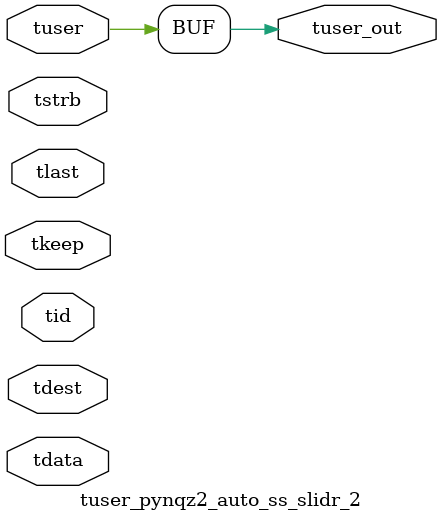
<source format=v>


`timescale 1ps/1ps

module tuser_pynqz2_auto_ss_slidr_2 #
(
parameter C_S_AXIS_TUSER_WIDTH = 1,
parameter C_S_AXIS_TDATA_WIDTH = 32,
parameter C_S_AXIS_TID_WIDTH   = 0,
parameter C_S_AXIS_TDEST_WIDTH = 0,
parameter C_M_AXIS_TUSER_WIDTH = 1
)
(
input  [(C_S_AXIS_TUSER_WIDTH == 0 ? 1 : C_S_AXIS_TUSER_WIDTH)-1:0     ] tuser,
input  [(C_S_AXIS_TDATA_WIDTH == 0 ? 1 : C_S_AXIS_TDATA_WIDTH)-1:0     ] tdata,
input  [(C_S_AXIS_TID_WIDTH   == 0 ? 1 : C_S_AXIS_TID_WIDTH)-1:0       ] tid,
input  [(C_S_AXIS_TDEST_WIDTH == 0 ? 1 : C_S_AXIS_TDEST_WIDTH)-1:0     ] tdest,
input  [(C_S_AXIS_TDATA_WIDTH/8)-1:0 ] tkeep,
input  [(C_S_AXIS_TDATA_WIDTH/8)-1:0 ] tstrb,
input                                                                    tlast,
output [C_M_AXIS_TUSER_WIDTH-1:0] tuser_out
);

assign tuser_out = {tuser[31:0]};

endmodule


</source>
